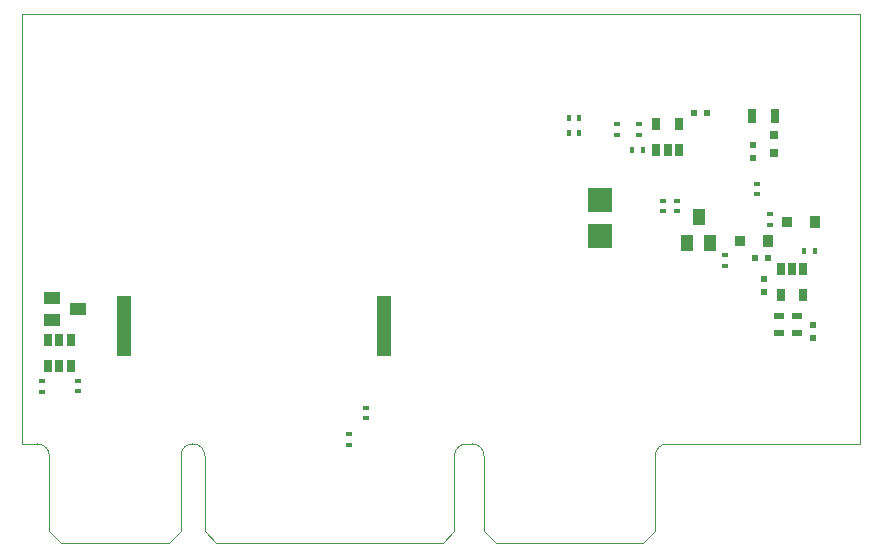
<source format=gbr>
G04 #@! TF.FileFunction,Paste,Bot*
%FSLAX46Y46*%
G04 Gerber Fmt 4.6, Leading zero omitted, Abs format (unit mm)*
G04 Created by KiCad (PCBNEW 4.0.7) date 09/09/17 19:36:50*
%MOMM*%
%LPD*%
G01*
G04 APERTURE LIST*
%ADD10C,0.100000*%
%ADD11R,0.400000X0.600000*%
%ADD12R,0.600000X0.500000*%
%ADD13R,0.600000X0.400000*%
%ADD14R,0.750000X0.800000*%
%ADD15R,0.500000X0.600000*%
%ADD16R,0.700000X1.300000*%
%ADD17R,1.000000X1.400000*%
%ADD18R,0.900000X0.900000*%
%ADD19R,0.900000X1.100000*%
%ADD20R,0.900000X0.500000*%
%ADD21R,1.270000X5.080000*%
%ADD22R,0.650000X1.060000*%
%ADD23R,1.400000X1.000000*%
%ADD24R,2.000000X2.000000*%
G04 APERTURE END LIST*
D10*
X86767232Y-135759051D02*
X86767232Y-135359051D01*
X97917232Y-135359051D02*
X97917232Y-135759051D01*
X96917232Y-136759051D02*
X87767232Y-136759051D01*
X96917232Y-136759051D02*
X97917232Y-135759051D01*
X86767232Y-135759051D02*
X87767232Y-136759051D01*
X155417232Y-91959051D02*
X155417232Y-128359051D01*
X84417232Y-128359051D02*
X84417232Y-91959051D01*
X84417232Y-91959051D02*
X155417232Y-91959051D01*
X121067232Y-129359051D02*
X121067232Y-135359051D01*
X121067232Y-129359051D02*
G75*
G02X122067232Y-128359051I1000000J0D01*
G01*
X122567232Y-128359051D02*
X122067232Y-128359051D01*
X122567232Y-128359051D02*
G75*
G02X123567232Y-129359051I0J-1000000D01*
G01*
X123567232Y-135359051D02*
X123567232Y-129359051D01*
X138067232Y-129359051D02*
X138067232Y-135359051D01*
X138067232Y-129359051D02*
G75*
G02X139067232Y-128359051I1000000J0D01*
G01*
X155417232Y-128359051D02*
X139067232Y-128359051D01*
X85767232Y-128359051D02*
X84417232Y-128359051D01*
X85767232Y-128359051D02*
G75*
G02X86767232Y-129359051I0J-1000000D01*
G01*
X86767232Y-135359051D02*
X86767232Y-129359051D01*
X97917232Y-129359051D02*
X97917232Y-135359051D01*
X97917232Y-129359051D02*
G75*
G02X99917232Y-129359051I1000000J0D01*
G01*
X99917232Y-135359051D02*
X99917232Y-129359051D01*
X137067232Y-136759051D02*
X124567232Y-136759051D01*
X137067232Y-136759051D02*
X138067232Y-135759051D01*
X138067232Y-135359051D02*
X138067232Y-135759051D01*
X123567232Y-135759051D02*
X123567232Y-135359051D01*
X123567232Y-135759051D02*
X124567232Y-136759051D01*
X120067232Y-136759051D02*
X100917232Y-136759051D01*
X120067232Y-136759051D02*
X121067232Y-135759051D01*
X121067232Y-135359051D02*
X121067232Y-135759051D01*
X99917232Y-135759051D02*
X99917232Y-135359051D01*
X99917232Y-135759051D02*
X100917232Y-136759051D01*
D11*
X151579200Y-111988600D03*
X150679200Y-111988600D03*
D12*
X141359000Y-100330000D03*
X142459000Y-100330000D03*
D13*
X136702000Y-102177000D03*
X136702000Y-101277000D03*
D14*
X148106600Y-102221600D03*
X148106600Y-103721600D03*
D15*
X151434000Y-118322000D03*
X151434000Y-119422000D03*
D12*
X147640600Y-112598200D03*
X146540600Y-112598200D03*
D16*
X148193000Y-100584000D03*
X146293000Y-100584000D03*
D13*
X146684200Y-106331600D03*
X146684200Y-107231600D03*
X147776400Y-109822400D03*
X147776400Y-108922400D03*
X143941000Y-113276800D03*
X143941000Y-112376800D03*
D15*
X146354000Y-104182000D03*
X146354000Y-103082000D03*
D11*
X136125000Y-103505000D03*
X137025000Y-103505000D03*
D13*
X139877000Y-107754000D03*
X139877000Y-108654000D03*
D17*
X142681200Y-111386800D03*
X140781200Y-111386800D03*
X141731200Y-109186800D03*
D18*
X149200000Y-109600000D03*
D19*
X151600000Y-109600000D03*
D20*
X148513000Y-118987000D03*
X148513000Y-117487000D03*
X150037000Y-117487000D03*
X150037000Y-118987000D03*
D18*
X145217500Y-111188500D03*
D19*
X147617500Y-111188500D03*
D15*
X147243000Y-115459600D03*
X147243000Y-114359600D03*
D13*
X113538000Y-125305400D03*
X113538000Y-126205400D03*
X112110000Y-127510000D03*
X112110000Y-128410000D03*
D21*
X115086900Y-118414800D03*
X93116900Y-118414800D03*
D13*
X138740000Y-107760000D03*
X138740000Y-108660000D03*
D11*
X130740000Y-100740000D03*
X131640000Y-100740000D03*
X130750000Y-102060000D03*
X131650000Y-102060000D03*
D22*
X140065000Y-103462000D03*
X139115000Y-103462000D03*
X138165000Y-103462000D03*
X138165000Y-101262000D03*
X140065000Y-101262000D03*
D13*
X134860000Y-101290000D03*
X134860000Y-102190000D03*
X89230000Y-123010000D03*
X89230000Y-123910000D03*
X86120000Y-123030000D03*
X86120000Y-123930000D03*
D23*
X86970000Y-117880000D03*
X86970000Y-115980000D03*
X89170000Y-116930000D03*
D24*
X133370000Y-110780000D03*
X133370000Y-107680000D03*
D22*
X88570000Y-121780000D03*
X87620000Y-121780000D03*
X86670000Y-121780000D03*
X86670000Y-119580000D03*
X88570000Y-119580000D03*
X87620000Y-119580000D03*
X148706000Y-113581000D03*
X149656000Y-113581000D03*
X150606000Y-113581000D03*
X150606000Y-115781000D03*
X148706000Y-115781000D03*
M02*

</source>
